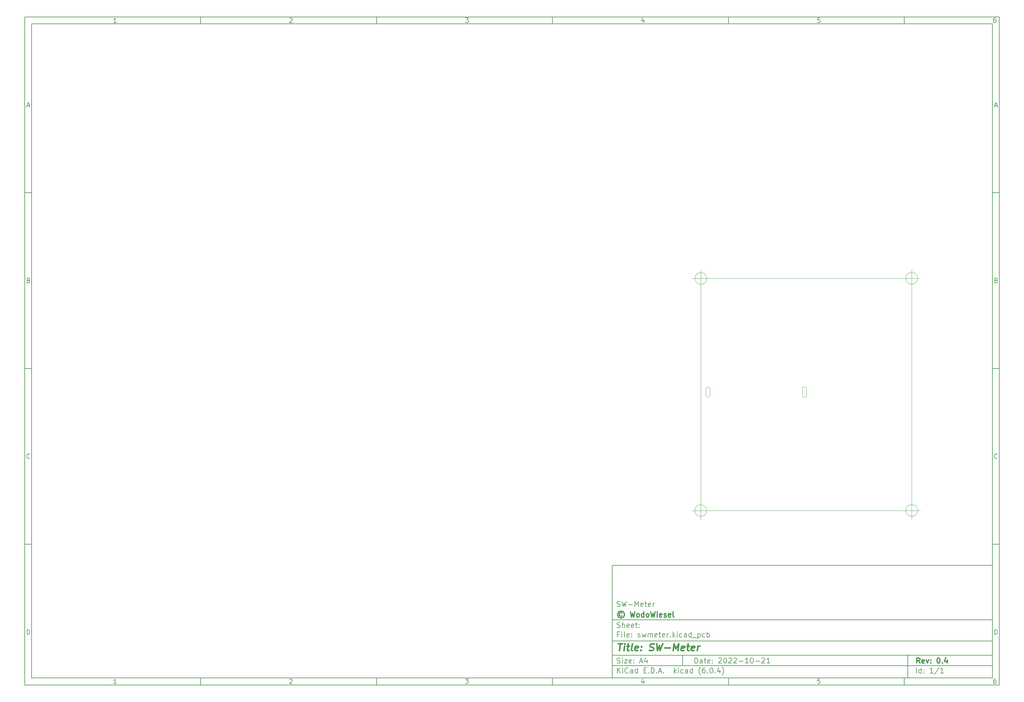
<source format=gbr>
%TF.GenerationSoftware,KiCad,Pcbnew,(6.0.4)*%
%TF.CreationDate,2022-12-17T16:47:49+01:00*%
%TF.ProjectId,swmeter,73776d65-7465-4722-9e6b-696361645f70,0.4*%
%TF.SameCoordinates,PXc0c6960PY8f71310*%
%TF.FileFunction,Profile,NP*%
%FSLAX46Y46*%
G04 Gerber Fmt 4.6, Leading zero omitted, Abs format (unit mm)*
G04 Created by KiCad (PCBNEW (6.0.4)) date 2022-12-17 16:47:49*
%MOMM*%
%LPD*%
G01*
G04 APERTURE LIST*
%ADD10C,0.100000*%
%ADD11C,0.150000*%
%ADD12C,0.300000*%
%ADD13C,0.400000*%
%TA.AperFunction,Profile*%
%ADD14C,0.100000*%
%TD*%
G04 APERTURE END LIST*
D10*
D11*
X-25137800Y-15597200D02*
X-25137800Y-47597200D01*
X82862200Y-47597200D01*
X82862200Y-15597200D01*
X-25137800Y-15597200D01*
D10*
D11*
X-192140000Y140410000D02*
X-192140000Y-49597200D01*
X84862200Y-49597200D01*
X84862200Y140410000D01*
X-192140000Y140410000D01*
D10*
D11*
X-190140000Y138410000D02*
X-190140000Y-47597200D01*
X82862200Y-47597200D01*
X82862200Y138410000D01*
X-190140000Y138410000D01*
D10*
D11*
X-142140000Y138410000D02*
X-142140000Y140410000D01*
D10*
D11*
X-92140000Y138410000D02*
X-92140000Y140410000D01*
D10*
D11*
X-42140000Y138410000D02*
X-42140000Y140410000D01*
D10*
D11*
X7860000Y138410000D02*
X7860000Y140410000D01*
D10*
D11*
X57860000Y138410000D02*
X57860000Y140410000D01*
D10*
D11*
X-166074524Y138821905D02*
X-166817381Y138821905D01*
X-166445953Y138821905D02*
X-166445953Y140121905D01*
X-166569762Y139936191D01*
X-166693572Y139812381D01*
X-166817381Y139750477D01*
D10*
D11*
X-116817381Y139998096D02*
X-116755477Y140060000D01*
X-116631667Y140121905D01*
X-116322143Y140121905D01*
X-116198334Y140060000D01*
X-116136429Y139998096D01*
X-116074524Y139874286D01*
X-116074524Y139750477D01*
X-116136429Y139564762D01*
X-116879286Y138821905D01*
X-116074524Y138821905D01*
D10*
D11*
X-66879286Y140121905D02*
X-66074524Y140121905D01*
X-66507858Y139626667D01*
X-66322143Y139626667D01*
X-66198334Y139564762D01*
X-66136429Y139502858D01*
X-66074524Y139379048D01*
X-66074524Y139069524D01*
X-66136429Y138945715D01*
X-66198334Y138883810D01*
X-66322143Y138821905D01*
X-66693572Y138821905D01*
X-66817381Y138883810D01*
X-66879286Y138945715D01*
D10*
D11*
X-16198334Y139688572D02*
X-16198334Y138821905D01*
X-16507858Y140183810D02*
X-16817381Y139255239D01*
X-16012620Y139255239D01*
D10*
D11*
X33863571Y140121905D02*
X33244523Y140121905D01*
X33182619Y139502858D01*
X33244523Y139564762D01*
X33368333Y139626667D01*
X33677857Y139626667D01*
X33801666Y139564762D01*
X33863571Y139502858D01*
X33925476Y139379048D01*
X33925476Y139069524D01*
X33863571Y138945715D01*
X33801666Y138883810D01*
X33677857Y138821905D01*
X33368333Y138821905D01*
X33244523Y138883810D01*
X33182619Y138945715D01*
D10*
D11*
X83801666Y140121905D02*
X83554047Y140121905D01*
X83430238Y140060000D01*
X83368333Y139998096D01*
X83244523Y139812381D01*
X83182619Y139564762D01*
X83182619Y139069524D01*
X83244523Y138945715D01*
X83306428Y138883810D01*
X83430238Y138821905D01*
X83677857Y138821905D01*
X83801666Y138883810D01*
X83863571Y138945715D01*
X83925476Y139069524D01*
X83925476Y139379048D01*
X83863571Y139502858D01*
X83801666Y139564762D01*
X83677857Y139626667D01*
X83430238Y139626667D01*
X83306428Y139564762D01*
X83244523Y139502858D01*
X83182619Y139379048D01*
D10*
D11*
X-142140000Y-47597200D02*
X-142140000Y-49597200D01*
D10*
D11*
X-92140000Y-47597200D02*
X-92140000Y-49597200D01*
D10*
D11*
X-42140000Y-47597200D02*
X-42140000Y-49597200D01*
D10*
D11*
X7860000Y-47597200D02*
X7860000Y-49597200D01*
D10*
D11*
X57860000Y-47597200D02*
X57860000Y-49597200D01*
D10*
D11*
X-166074524Y-49185295D02*
X-166817381Y-49185295D01*
X-166445953Y-49185295D02*
X-166445953Y-47885295D01*
X-166569762Y-48071009D01*
X-166693572Y-48194819D01*
X-166817381Y-48256723D01*
D10*
D11*
X-116817381Y-48009104D02*
X-116755477Y-47947200D01*
X-116631667Y-47885295D01*
X-116322143Y-47885295D01*
X-116198334Y-47947200D01*
X-116136429Y-48009104D01*
X-116074524Y-48132914D01*
X-116074524Y-48256723D01*
X-116136429Y-48442438D01*
X-116879286Y-49185295D01*
X-116074524Y-49185295D01*
D10*
D11*
X-66879286Y-47885295D02*
X-66074524Y-47885295D01*
X-66507858Y-48380533D01*
X-66322143Y-48380533D01*
X-66198334Y-48442438D01*
X-66136429Y-48504342D01*
X-66074524Y-48628152D01*
X-66074524Y-48937676D01*
X-66136429Y-49061485D01*
X-66198334Y-49123390D01*
X-66322143Y-49185295D01*
X-66693572Y-49185295D01*
X-66817381Y-49123390D01*
X-66879286Y-49061485D01*
D10*
D11*
X-16198334Y-48318628D02*
X-16198334Y-49185295D01*
X-16507858Y-47823390D02*
X-16817381Y-48751961D01*
X-16012620Y-48751961D01*
D10*
D11*
X33863571Y-47885295D02*
X33244523Y-47885295D01*
X33182619Y-48504342D01*
X33244523Y-48442438D01*
X33368333Y-48380533D01*
X33677857Y-48380533D01*
X33801666Y-48442438D01*
X33863571Y-48504342D01*
X33925476Y-48628152D01*
X33925476Y-48937676D01*
X33863571Y-49061485D01*
X33801666Y-49123390D01*
X33677857Y-49185295D01*
X33368333Y-49185295D01*
X33244523Y-49123390D01*
X33182619Y-49061485D01*
D10*
D11*
X83801666Y-47885295D02*
X83554047Y-47885295D01*
X83430238Y-47947200D01*
X83368333Y-48009104D01*
X83244523Y-48194819D01*
X83182619Y-48442438D01*
X83182619Y-48937676D01*
X83244523Y-49061485D01*
X83306428Y-49123390D01*
X83430238Y-49185295D01*
X83677857Y-49185295D01*
X83801666Y-49123390D01*
X83863571Y-49061485D01*
X83925476Y-48937676D01*
X83925476Y-48628152D01*
X83863571Y-48504342D01*
X83801666Y-48442438D01*
X83677857Y-48380533D01*
X83430238Y-48380533D01*
X83306428Y-48442438D01*
X83244523Y-48504342D01*
X83182619Y-48628152D01*
D10*
D11*
X-192140000Y90410000D02*
X-190140000Y90410000D01*
D10*
D11*
X-192140000Y40410000D02*
X-190140000Y40410000D01*
D10*
D11*
X-192140000Y-9590000D02*
X-190140000Y-9590000D01*
D10*
D11*
X-191449524Y115193334D02*
X-190830477Y115193334D01*
X-191573334Y114821905D02*
X-191140000Y116121905D01*
X-190706667Y114821905D01*
D10*
D11*
X-191047143Y65502858D02*
X-190861429Y65440953D01*
X-190799524Y65379048D01*
X-190737620Y65255239D01*
X-190737620Y65069524D01*
X-190799524Y64945715D01*
X-190861429Y64883810D01*
X-190985239Y64821905D01*
X-191480477Y64821905D01*
X-191480477Y66121905D01*
X-191047143Y66121905D01*
X-190923334Y66060000D01*
X-190861429Y65998096D01*
X-190799524Y65874286D01*
X-190799524Y65750477D01*
X-190861429Y65626667D01*
X-190923334Y65564762D01*
X-191047143Y65502858D01*
X-191480477Y65502858D01*
D10*
D11*
X-190737620Y14945715D02*
X-190799524Y14883810D01*
X-190985239Y14821905D01*
X-191109048Y14821905D01*
X-191294762Y14883810D01*
X-191418572Y15007620D01*
X-191480477Y15131429D01*
X-191542381Y15379048D01*
X-191542381Y15564762D01*
X-191480477Y15812381D01*
X-191418572Y15936191D01*
X-191294762Y16060000D01*
X-191109048Y16121905D01*
X-190985239Y16121905D01*
X-190799524Y16060000D01*
X-190737620Y15998096D01*
D10*
D11*
X-191480477Y-35178095D02*
X-191480477Y-33878095D01*
X-191170953Y-33878095D01*
X-190985239Y-33940000D01*
X-190861429Y-34063809D01*
X-190799524Y-34187619D01*
X-190737620Y-34435238D01*
X-190737620Y-34620952D01*
X-190799524Y-34868571D01*
X-190861429Y-34992380D01*
X-190985239Y-35116190D01*
X-191170953Y-35178095D01*
X-191480477Y-35178095D01*
D10*
D11*
X84862200Y90410000D02*
X82862200Y90410000D01*
D10*
D11*
X84862200Y40410000D02*
X82862200Y40410000D01*
D10*
D11*
X84862200Y-9590000D02*
X82862200Y-9590000D01*
D10*
D11*
X83552676Y115193334D02*
X84171723Y115193334D01*
X83428866Y114821905D02*
X83862200Y116121905D01*
X84295533Y114821905D01*
D10*
D11*
X83955057Y65502858D02*
X84140771Y65440953D01*
X84202676Y65379048D01*
X84264580Y65255239D01*
X84264580Y65069524D01*
X84202676Y64945715D01*
X84140771Y64883810D01*
X84016961Y64821905D01*
X83521723Y64821905D01*
X83521723Y66121905D01*
X83955057Y66121905D01*
X84078866Y66060000D01*
X84140771Y65998096D01*
X84202676Y65874286D01*
X84202676Y65750477D01*
X84140771Y65626667D01*
X84078866Y65564762D01*
X83955057Y65502858D01*
X83521723Y65502858D01*
D10*
D11*
X84264580Y14945715D02*
X84202676Y14883810D01*
X84016961Y14821905D01*
X83893152Y14821905D01*
X83707438Y14883810D01*
X83583628Y15007620D01*
X83521723Y15131429D01*
X83459819Y15379048D01*
X83459819Y15564762D01*
X83521723Y15812381D01*
X83583628Y15936191D01*
X83707438Y16060000D01*
X83893152Y16121905D01*
X84016961Y16121905D01*
X84202676Y16060000D01*
X84264580Y15998096D01*
D10*
D11*
X83521723Y-35178095D02*
X83521723Y-33878095D01*
X83831247Y-33878095D01*
X84016961Y-33940000D01*
X84140771Y-34063809D01*
X84202676Y-34187619D01*
X84264580Y-34435238D01*
X84264580Y-34620952D01*
X84202676Y-34868571D01*
X84140771Y-34992380D01*
X84016961Y-35116190D01*
X83831247Y-35178095D01*
X83521723Y-35178095D01*
D10*
D11*
X-1705658Y-43375771D02*
X-1705658Y-41875771D01*
X-1348515Y-41875771D01*
X-1134229Y-41947200D01*
X-991372Y-42090057D01*
X-919943Y-42232914D01*
X-848515Y-42518628D01*
X-848515Y-42732914D01*
X-919943Y-43018628D01*
X-991372Y-43161485D01*
X-1134229Y-43304342D01*
X-1348515Y-43375771D01*
X-1705658Y-43375771D01*
X437200Y-43375771D02*
X437200Y-42590057D01*
X365771Y-42447200D01*
X222914Y-42375771D01*
X-62800Y-42375771D01*
X-205658Y-42447200D01*
X437200Y-43304342D02*
X294342Y-43375771D01*
X-62800Y-43375771D01*
X-205658Y-43304342D01*
X-277086Y-43161485D01*
X-277086Y-43018628D01*
X-205658Y-42875771D01*
X-62800Y-42804342D01*
X294342Y-42804342D01*
X437200Y-42732914D01*
X937200Y-42375771D02*
X1508628Y-42375771D01*
X1151485Y-41875771D02*
X1151485Y-43161485D01*
X1222914Y-43304342D01*
X1365771Y-43375771D01*
X1508628Y-43375771D01*
X2580057Y-43304342D02*
X2437200Y-43375771D01*
X2151485Y-43375771D01*
X2008628Y-43304342D01*
X1937200Y-43161485D01*
X1937200Y-42590057D01*
X2008628Y-42447200D01*
X2151485Y-42375771D01*
X2437200Y-42375771D01*
X2580057Y-42447200D01*
X2651485Y-42590057D01*
X2651485Y-42732914D01*
X1937200Y-42875771D01*
X3294342Y-43232914D02*
X3365771Y-43304342D01*
X3294342Y-43375771D01*
X3222914Y-43304342D01*
X3294342Y-43232914D01*
X3294342Y-43375771D01*
X3294342Y-42447200D02*
X3365771Y-42518628D01*
X3294342Y-42590057D01*
X3222914Y-42518628D01*
X3294342Y-42447200D01*
X3294342Y-42590057D01*
X5080057Y-42018628D02*
X5151485Y-41947200D01*
X5294342Y-41875771D01*
X5651485Y-41875771D01*
X5794342Y-41947200D01*
X5865771Y-42018628D01*
X5937200Y-42161485D01*
X5937200Y-42304342D01*
X5865771Y-42518628D01*
X5008628Y-43375771D01*
X5937200Y-43375771D01*
X6865771Y-41875771D02*
X7008628Y-41875771D01*
X7151485Y-41947200D01*
X7222914Y-42018628D01*
X7294342Y-42161485D01*
X7365771Y-42447200D01*
X7365771Y-42804342D01*
X7294342Y-43090057D01*
X7222914Y-43232914D01*
X7151485Y-43304342D01*
X7008628Y-43375771D01*
X6865771Y-43375771D01*
X6722914Y-43304342D01*
X6651485Y-43232914D01*
X6580057Y-43090057D01*
X6508628Y-42804342D01*
X6508628Y-42447200D01*
X6580057Y-42161485D01*
X6651485Y-42018628D01*
X6722914Y-41947200D01*
X6865771Y-41875771D01*
X7937200Y-42018628D02*
X8008628Y-41947200D01*
X8151485Y-41875771D01*
X8508628Y-41875771D01*
X8651485Y-41947200D01*
X8722914Y-42018628D01*
X8794342Y-42161485D01*
X8794342Y-42304342D01*
X8722914Y-42518628D01*
X7865771Y-43375771D01*
X8794342Y-43375771D01*
X9365771Y-42018628D02*
X9437200Y-41947200D01*
X9580057Y-41875771D01*
X9937200Y-41875771D01*
X10080057Y-41947200D01*
X10151485Y-42018628D01*
X10222914Y-42161485D01*
X10222914Y-42304342D01*
X10151485Y-42518628D01*
X9294342Y-43375771D01*
X10222914Y-43375771D01*
X10865771Y-42804342D02*
X12008628Y-42804342D01*
X13508628Y-43375771D02*
X12651485Y-43375771D01*
X13080057Y-43375771D02*
X13080057Y-41875771D01*
X12937200Y-42090057D01*
X12794342Y-42232914D01*
X12651485Y-42304342D01*
X14437200Y-41875771D02*
X14580057Y-41875771D01*
X14722914Y-41947200D01*
X14794342Y-42018628D01*
X14865771Y-42161485D01*
X14937200Y-42447200D01*
X14937200Y-42804342D01*
X14865771Y-43090057D01*
X14794342Y-43232914D01*
X14722914Y-43304342D01*
X14580057Y-43375771D01*
X14437200Y-43375771D01*
X14294342Y-43304342D01*
X14222914Y-43232914D01*
X14151485Y-43090057D01*
X14080057Y-42804342D01*
X14080057Y-42447200D01*
X14151485Y-42161485D01*
X14222914Y-42018628D01*
X14294342Y-41947200D01*
X14437200Y-41875771D01*
X15580057Y-42804342D02*
X16722914Y-42804342D01*
X17365771Y-42018628D02*
X17437200Y-41947200D01*
X17580057Y-41875771D01*
X17937200Y-41875771D01*
X18080057Y-41947200D01*
X18151485Y-42018628D01*
X18222914Y-42161485D01*
X18222914Y-42304342D01*
X18151485Y-42518628D01*
X17294342Y-43375771D01*
X18222914Y-43375771D01*
X19651485Y-43375771D02*
X18794342Y-43375771D01*
X19222914Y-43375771D02*
X19222914Y-41875771D01*
X19080057Y-42090057D01*
X18937200Y-42232914D01*
X18794342Y-42304342D01*
D10*
D11*
X-25137800Y-44097200D02*
X82862200Y-44097200D01*
D10*
D11*
X-23705658Y-46175771D02*
X-23705658Y-44675771D01*
X-22848515Y-46175771D02*
X-23491372Y-45318628D01*
X-22848515Y-44675771D02*
X-23705658Y-45532914D01*
X-22205658Y-46175771D02*
X-22205658Y-45175771D01*
X-22205658Y-44675771D02*
X-22277086Y-44747200D01*
X-22205658Y-44818628D01*
X-22134229Y-44747200D01*
X-22205658Y-44675771D01*
X-22205658Y-44818628D01*
X-20634229Y-46032914D02*
X-20705658Y-46104342D01*
X-20919943Y-46175771D01*
X-21062800Y-46175771D01*
X-21277086Y-46104342D01*
X-21419943Y-45961485D01*
X-21491372Y-45818628D01*
X-21562800Y-45532914D01*
X-21562800Y-45318628D01*
X-21491372Y-45032914D01*
X-21419943Y-44890057D01*
X-21277086Y-44747200D01*
X-21062800Y-44675771D01*
X-20919943Y-44675771D01*
X-20705658Y-44747200D01*
X-20634229Y-44818628D01*
X-19348515Y-46175771D02*
X-19348515Y-45390057D01*
X-19419943Y-45247200D01*
X-19562800Y-45175771D01*
X-19848515Y-45175771D01*
X-19991372Y-45247200D01*
X-19348515Y-46104342D02*
X-19491372Y-46175771D01*
X-19848515Y-46175771D01*
X-19991372Y-46104342D01*
X-20062800Y-45961485D01*
X-20062800Y-45818628D01*
X-19991372Y-45675771D01*
X-19848515Y-45604342D01*
X-19491372Y-45604342D01*
X-19348515Y-45532914D01*
X-17991372Y-46175771D02*
X-17991372Y-44675771D01*
X-17991372Y-46104342D02*
X-18134229Y-46175771D01*
X-18419943Y-46175771D01*
X-18562800Y-46104342D01*
X-18634229Y-46032914D01*
X-18705658Y-45890057D01*
X-18705658Y-45461485D01*
X-18634229Y-45318628D01*
X-18562800Y-45247200D01*
X-18419943Y-45175771D01*
X-18134229Y-45175771D01*
X-17991372Y-45247200D01*
X-16134229Y-45390057D02*
X-15634229Y-45390057D01*
X-15419943Y-46175771D02*
X-16134229Y-46175771D01*
X-16134229Y-44675771D01*
X-15419943Y-44675771D01*
X-14777086Y-46032914D02*
X-14705658Y-46104342D01*
X-14777086Y-46175771D01*
X-14848515Y-46104342D01*
X-14777086Y-46032914D01*
X-14777086Y-46175771D01*
X-14062800Y-46175771D02*
X-14062800Y-44675771D01*
X-13705658Y-44675771D01*
X-13491372Y-44747200D01*
X-13348515Y-44890057D01*
X-13277086Y-45032914D01*
X-13205658Y-45318628D01*
X-13205658Y-45532914D01*
X-13277086Y-45818628D01*
X-13348515Y-45961485D01*
X-13491372Y-46104342D01*
X-13705658Y-46175771D01*
X-14062800Y-46175771D01*
X-12562800Y-46032914D02*
X-12491372Y-46104342D01*
X-12562800Y-46175771D01*
X-12634229Y-46104342D01*
X-12562800Y-46032914D01*
X-12562800Y-46175771D01*
X-11919943Y-45747200D02*
X-11205658Y-45747200D01*
X-12062800Y-46175771D02*
X-11562800Y-44675771D01*
X-11062800Y-46175771D01*
X-10562800Y-46032914D02*
X-10491372Y-46104342D01*
X-10562800Y-46175771D01*
X-10634229Y-46104342D01*
X-10562800Y-46032914D01*
X-10562800Y-46175771D01*
X-7562800Y-46175771D02*
X-7562800Y-44675771D01*
X-7419943Y-45604342D02*
X-6991372Y-46175771D01*
X-6991372Y-45175771D02*
X-7562800Y-45747200D01*
X-6348515Y-46175771D02*
X-6348515Y-45175771D01*
X-6348515Y-44675771D02*
X-6419943Y-44747200D01*
X-6348515Y-44818628D01*
X-6277086Y-44747200D01*
X-6348515Y-44675771D01*
X-6348515Y-44818628D01*
X-4991372Y-46104342D02*
X-5134229Y-46175771D01*
X-5419943Y-46175771D01*
X-5562800Y-46104342D01*
X-5634229Y-46032914D01*
X-5705658Y-45890057D01*
X-5705658Y-45461485D01*
X-5634229Y-45318628D01*
X-5562800Y-45247200D01*
X-5419943Y-45175771D01*
X-5134229Y-45175771D01*
X-4991372Y-45247200D01*
X-3705658Y-46175771D02*
X-3705658Y-45390057D01*
X-3777086Y-45247200D01*
X-3919943Y-45175771D01*
X-4205658Y-45175771D01*
X-4348515Y-45247200D01*
X-3705658Y-46104342D02*
X-3848515Y-46175771D01*
X-4205658Y-46175771D01*
X-4348515Y-46104342D01*
X-4419943Y-45961485D01*
X-4419943Y-45818628D01*
X-4348515Y-45675771D01*
X-4205658Y-45604342D01*
X-3848515Y-45604342D01*
X-3705658Y-45532914D01*
X-2348515Y-46175771D02*
X-2348515Y-44675771D01*
X-2348515Y-46104342D02*
X-2491372Y-46175771D01*
X-2777086Y-46175771D01*
X-2919943Y-46104342D01*
X-2991372Y-46032914D01*
X-3062800Y-45890057D01*
X-3062800Y-45461485D01*
X-2991372Y-45318628D01*
X-2919943Y-45247200D01*
X-2777086Y-45175771D01*
X-2491372Y-45175771D01*
X-2348515Y-45247200D01*
X-62800Y-46747200D02*
X-134229Y-46675771D01*
X-277086Y-46461485D01*
X-348515Y-46318628D01*
X-419943Y-46104342D01*
X-491372Y-45747200D01*
X-491372Y-45461485D01*
X-419943Y-45104342D01*
X-348515Y-44890057D01*
X-277086Y-44747200D01*
X-134229Y-44532914D01*
X-62800Y-44461485D01*
X1151485Y-44675771D02*
X865771Y-44675771D01*
X722914Y-44747200D01*
X651485Y-44818628D01*
X508628Y-45032914D01*
X437200Y-45318628D01*
X437200Y-45890057D01*
X508628Y-46032914D01*
X580057Y-46104342D01*
X722914Y-46175771D01*
X1008628Y-46175771D01*
X1151485Y-46104342D01*
X1222914Y-46032914D01*
X1294342Y-45890057D01*
X1294342Y-45532914D01*
X1222914Y-45390057D01*
X1151485Y-45318628D01*
X1008628Y-45247200D01*
X722914Y-45247200D01*
X580057Y-45318628D01*
X508628Y-45390057D01*
X437200Y-45532914D01*
X1937200Y-46032914D02*
X2008628Y-46104342D01*
X1937200Y-46175771D01*
X1865771Y-46104342D01*
X1937200Y-46032914D01*
X1937200Y-46175771D01*
X2937200Y-44675771D02*
X3080057Y-44675771D01*
X3222914Y-44747200D01*
X3294342Y-44818628D01*
X3365771Y-44961485D01*
X3437200Y-45247200D01*
X3437200Y-45604342D01*
X3365771Y-45890057D01*
X3294342Y-46032914D01*
X3222914Y-46104342D01*
X3080057Y-46175771D01*
X2937200Y-46175771D01*
X2794342Y-46104342D01*
X2722914Y-46032914D01*
X2651485Y-45890057D01*
X2580057Y-45604342D01*
X2580057Y-45247200D01*
X2651485Y-44961485D01*
X2722914Y-44818628D01*
X2794342Y-44747200D01*
X2937200Y-44675771D01*
X4080057Y-46032914D02*
X4151485Y-46104342D01*
X4080057Y-46175771D01*
X4008628Y-46104342D01*
X4080057Y-46032914D01*
X4080057Y-46175771D01*
X5437200Y-45175771D02*
X5437200Y-46175771D01*
X5080057Y-44604342D02*
X4722914Y-45675771D01*
X5651485Y-45675771D01*
X6080057Y-46747200D02*
X6151485Y-46675771D01*
X6294342Y-46461485D01*
X6365771Y-46318628D01*
X6437200Y-46104342D01*
X6508628Y-45747200D01*
X6508628Y-45461485D01*
X6437200Y-45104342D01*
X6365771Y-44890057D01*
X6294342Y-44747200D01*
X6151485Y-44532914D01*
X6080057Y-44461485D01*
D10*
D11*
X-25137800Y-41097200D02*
X82862200Y-41097200D01*
D10*
D12*
X62271485Y-43375771D02*
X61771485Y-42661485D01*
X61414342Y-43375771D02*
X61414342Y-41875771D01*
X61985771Y-41875771D01*
X62128628Y-41947200D01*
X62200057Y-42018628D01*
X62271485Y-42161485D01*
X62271485Y-42375771D01*
X62200057Y-42518628D01*
X62128628Y-42590057D01*
X61985771Y-42661485D01*
X61414342Y-42661485D01*
X63485771Y-43304342D02*
X63342914Y-43375771D01*
X63057200Y-43375771D01*
X62914342Y-43304342D01*
X62842914Y-43161485D01*
X62842914Y-42590057D01*
X62914342Y-42447200D01*
X63057200Y-42375771D01*
X63342914Y-42375771D01*
X63485771Y-42447200D01*
X63557200Y-42590057D01*
X63557200Y-42732914D01*
X62842914Y-42875771D01*
X64057200Y-42375771D02*
X64414342Y-43375771D01*
X64771485Y-42375771D01*
X65342914Y-43232914D02*
X65414342Y-43304342D01*
X65342914Y-43375771D01*
X65271485Y-43304342D01*
X65342914Y-43232914D01*
X65342914Y-43375771D01*
X65342914Y-42447200D02*
X65414342Y-42518628D01*
X65342914Y-42590057D01*
X65271485Y-42518628D01*
X65342914Y-42447200D01*
X65342914Y-42590057D01*
X67485771Y-41875771D02*
X67628628Y-41875771D01*
X67771485Y-41947200D01*
X67842914Y-42018628D01*
X67914342Y-42161485D01*
X67985771Y-42447200D01*
X67985771Y-42804342D01*
X67914342Y-43090057D01*
X67842914Y-43232914D01*
X67771485Y-43304342D01*
X67628628Y-43375771D01*
X67485771Y-43375771D01*
X67342914Y-43304342D01*
X67271485Y-43232914D01*
X67200057Y-43090057D01*
X67128628Y-42804342D01*
X67128628Y-42447200D01*
X67200057Y-42161485D01*
X67271485Y-42018628D01*
X67342914Y-41947200D01*
X67485771Y-41875771D01*
X68628628Y-43232914D02*
X68700057Y-43304342D01*
X68628628Y-43375771D01*
X68557200Y-43304342D01*
X68628628Y-43232914D01*
X68628628Y-43375771D01*
X69985771Y-42375771D02*
X69985771Y-43375771D01*
X69628628Y-41804342D02*
X69271485Y-42875771D01*
X70200057Y-42875771D01*
D10*
D11*
X-23777086Y-43304342D02*
X-23562800Y-43375771D01*
X-23205658Y-43375771D01*
X-23062800Y-43304342D01*
X-22991372Y-43232914D01*
X-22919943Y-43090057D01*
X-22919943Y-42947200D01*
X-22991372Y-42804342D01*
X-23062800Y-42732914D01*
X-23205658Y-42661485D01*
X-23491372Y-42590057D01*
X-23634229Y-42518628D01*
X-23705658Y-42447200D01*
X-23777086Y-42304342D01*
X-23777086Y-42161485D01*
X-23705658Y-42018628D01*
X-23634229Y-41947200D01*
X-23491372Y-41875771D01*
X-23134229Y-41875771D01*
X-22919943Y-41947200D01*
X-22277086Y-43375771D02*
X-22277086Y-42375771D01*
X-22277086Y-41875771D02*
X-22348515Y-41947200D01*
X-22277086Y-42018628D01*
X-22205658Y-41947200D01*
X-22277086Y-41875771D01*
X-22277086Y-42018628D01*
X-21705658Y-42375771D02*
X-20919943Y-42375771D01*
X-21705658Y-43375771D01*
X-20919943Y-43375771D01*
X-19777086Y-43304342D02*
X-19919943Y-43375771D01*
X-20205658Y-43375771D01*
X-20348515Y-43304342D01*
X-20419943Y-43161485D01*
X-20419943Y-42590057D01*
X-20348515Y-42447200D01*
X-20205658Y-42375771D01*
X-19919943Y-42375771D01*
X-19777086Y-42447200D01*
X-19705658Y-42590057D01*
X-19705658Y-42732914D01*
X-20419943Y-42875771D01*
X-19062800Y-43232914D02*
X-18991372Y-43304342D01*
X-19062800Y-43375771D01*
X-19134229Y-43304342D01*
X-19062800Y-43232914D01*
X-19062800Y-43375771D01*
X-19062800Y-42447200D02*
X-18991372Y-42518628D01*
X-19062800Y-42590057D01*
X-19134229Y-42518628D01*
X-19062800Y-42447200D01*
X-19062800Y-42590057D01*
X-17277086Y-42947200D02*
X-16562800Y-42947200D01*
X-17419943Y-43375771D02*
X-16919943Y-41875771D01*
X-16419943Y-43375771D01*
X-15277086Y-42375771D02*
X-15277086Y-43375771D01*
X-15634229Y-41804342D02*
X-15991372Y-42875771D01*
X-15062800Y-42875771D01*
D10*
D11*
X61294342Y-46175771D02*
X61294342Y-44675771D01*
X62651485Y-46175771D02*
X62651485Y-44675771D01*
X62651485Y-46104342D02*
X62508628Y-46175771D01*
X62222914Y-46175771D01*
X62080057Y-46104342D01*
X62008628Y-46032914D01*
X61937200Y-45890057D01*
X61937200Y-45461485D01*
X62008628Y-45318628D01*
X62080057Y-45247200D01*
X62222914Y-45175771D01*
X62508628Y-45175771D01*
X62651485Y-45247200D01*
X63365771Y-46032914D02*
X63437200Y-46104342D01*
X63365771Y-46175771D01*
X63294342Y-46104342D01*
X63365771Y-46032914D01*
X63365771Y-46175771D01*
X63365771Y-45247200D02*
X63437200Y-45318628D01*
X63365771Y-45390057D01*
X63294342Y-45318628D01*
X63365771Y-45247200D01*
X63365771Y-45390057D01*
X66008628Y-46175771D02*
X65151485Y-46175771D01*
X65580057Y-46175771D02*
X65580057Y-44675771D01*
X65437200Y-44890057D01*
X65294342Y-45032914D01*
X65151485Y-45104342D01*
X67722914Y-44604342D02*
X66437200Y-46532914D01*
X69008628Y-46175771D02*
X68151485Y-46175771D01*
X68580057Y-46175771D02*
X68580057Y-44675771D01*
X68437200Y-44890057D01*
X68294342Y-45032914D01*
X68151485Y-45104342D01*
D10*
D11*
X-25137800Y-37097200D02*
X82862200Y-37097200D01*
D10*
D13*
X-23425420Y-37801961D02*
X-22282562Y-37801961D01*
X-23103991Y-39801961D02*
X-22853991Y-37801961D01*
X-21865896Y-39801961D02*
X-21699229Y-38468628D01*
X-21615896Y-37801961D02*
X-21723039Y-37897200D01*
X-21639705Y-37992438D01*
X-21532562Y-37897200D01*
X-21615896Y-37801961D01*
X-21639705Y-37992438D01*
X-21032562Y-38468628D02*
X-20270658Y-38468628D01*
X-20663515Y-37801961D02*
X-20877800Y-39516247D01*
X-20806372Y-39706723D01*
X-20627800Y-39801961D01*
X-20437324Y-39801961D01*
X-19484943Y-39801961D02*
X-19663515Y-39706723D01*
X-19734943Y-39516247D01*
X-19520658Y-37801961D01*
X-17949229Y-39706723D02*
X-18151610Y-39801961D01*
X-18532562Y-39801961D01*
X-18711134Y-39706723D01*
X-18782562Y-39516247D01*
X-18687324Y-38754342D01*
X-18568277Y-38563866D01*
X-18365896Y-38468628D01*
X-17984943Y-38468628D01*
X-17806372Y-38563866D01*
X-17734943Y-38754342D01*
X-17758753Y-38944819D01*
X-18734943Y-39135295D01*
X-16984943Y-39611485D02*
X-16901610Y-39706723D01*
X-17008753Y-39801961D01*
X-17092086Y-39706723D01*
X-16984943Y-39611485D01*
X-17008753Y-39801961D01*
X-16853991Y-38563866D02*
X-16770658Y-38659104D01*
X-16877800Y-38754342D01*
X-16961134Y-38659104D01*
X-16853991Y-38563866D01*
X-16877800Y-38754342D01*
X-14615896Y-39706723D02*
X-14342086Y-39801961D01*
X-13865896Y-39801961D01*
X-13663515Y-39706723D01*
X-13556372Y-39611485D01*
X-13437324Y-39421009D01*
X-13413515Y-39230533D01*
X-13484943Y-39040057D01*
X-13568277Y-38944819D01*
X-13746848Y-38849580D01*
X-14115896Y-38754342D01*
X-14294467Y-38659104D01*
X-14377800Y-38563866D01*
X-14449229Y-38373390D01*
X-14425420Y-38182914D01*
X-14306372Y-37992438D01*
X-14199229Y-37897200D01*
X-13996848Y-37801961D01*
X-13520658Y-37801961D01*
X-13246848Y-37897200D01*
X-12568277Y-37801961D02*
X-12342086Y-39801961D01*
X-11782562Y-38373390D01*
X-11580181Y-39801961D01*
X-10853991Y-37801961D01*
X-10246848Y-39040057D02*
X-8723039Y-39040057D01*
X-7865896Y-39801961D02*
X-7615896Y-37801961D01*
X-7127800Y-39230533D01*
X-6282562Y-37801961D01*
X-6532562Y-39801961D01*
X-4806372Y-39706723D02*
X-5008753Y-39801961D01*
X-5389705Y-39801961D01*
X-5568277Y-39706723D01*
X-5639705Y-39516247D01*
X-5544467Y-38754342D01*
X-5425420Y-38563866D01*
X-5223039Y-38468628D01*
X-4842086Y-38468628D01*
X-4663515Y-38563866D01*
X-4592086Y-38754342D01*
X-4615896Y-38944819D01*
X-5592086Y-39135295D01*
X-3984943Y-38468628D02*
X-3223039Y-38468628D01*
X-3615896Y-37801961D02*
X-3830181Y-39516247D01*
X-3758753Y-39706723D01*
X-3580181Y-39801961D01*
X-3389705Y-39801961D01*
X-1949229Y-39706723D02*
X-2151610Y-39801961D01*
X-2532562Y-39801961D01*
X-2711134Y-39706723D01*
X-2782562Y-39516247D01*
X-2687324Y-38754342D01*
X-2568277Y-38563866D01*
X-2365896Y-38468628D01*
X-1984943Y-38468628D01*
X-1806372Y-38563866D01*
X-1734943Y-38754342D01*
X-1758753Y-38944819D01*
X-2734943Y-39135295D01*
X-1008753Y-39801961D02*
X-842086Y-38468628D01*
X-889705Y-38849580D02*
X-770658Y-38659104D01*
X-663515Y-38563866D01*
X-461134Y-38468628D01*
X-270658Y-38468628D01*
D10*
D11*
X-23205658Y-35190057D02*
X-23705658Y-35190057D01*
X-23705658Y-35975771D02*
X-23705658Y-34475771D01*
X-22991372Y-34475771D01*
X-22419943Y-35975771D02*
X-22419943Y-34975771D01*
X-22419943Y-34475771D02*
X-22491372Y-34547200D01*
X-22419943Y-34618628D01*
X-22348515Y-34547200D01*
X-22419943Y-34475771D01*
X-22419943Y-34618628D01*
X-21491372Y-35975771D02*
X-21634229Y-35904342D01*
X-21705658Y-35761485D01*
X-21705658Y-34475771D01*
X-20348515Y-35904342D02*
X-20491372Y-35975771D01*
X-20777086Y-35975771D01*
X-20919943Y-35904342D01*
X-20991372Y-35761485D01*
X-20991372Y-35190057D01*
X-20919943Y-35047200D01*
X-20777086Y-34975771D01*
X-20491372Y-34975771D01*
X-20348515Y-35047200D01*
X-20277086Y-35190057D01*
X-20277086Y-35332914D01*
X-20991372Y-35475771D01*
X-19634229Y-35832914D02*
X-19562800Y-35904342D01*
X-19634229Y-35975771D01*
X-19705658Y-35904342D01*
X-19634229Y-35832914D01*
X-19634229Y-35975771D01*
X-19634229Y-35047200D02*
X-19562800Y-35118628D01*
X-19634229Y-35190057D01*
X-19705658Y-35118628D01*
X-19634229Y-35047200D01*
X-19634229Y-35190057D01*
X-17848515Y-35904342D02*
X-17705658Y-35975771D01*
X-17419943Y-35975771D01*
X-17277086Y-35904342D01*
X-17205658Y-35761485D01*
X-17205658Y-35690057D01*
X-17277086Y-35547200D01*
X-17419943Y-35475771D01*
X-17634229Y-35475771D01*
X-17777086Y-35404342D01*
X-17848515Y-35261485D01*
X-17848515Y-35190057D01*
X-17777086Y-35047200D01*
X-17634229Y-34975771D01*
X-17419943Y-34975771D01*
X-17277086Y-35047200D01*
X-16705658Y-34975771D02*
X-16419943Y-35975771D01*
X-16134229Y-35261485D01*
X-15848515Y-35975771D01*
X-15562800Y-34975771D01*
X-14991372Y-35975771D02*
X-14991372Y-34975771D01*
X-14991372Y-35118628D02*
X-14919943Y-35047200D01*
X-14777086Y-34975771D01*
X-14562800Y-34975771D01*
X-14419943Y-35047200D01*
X-14348515Y-35190057D01*
X-14348515Y-35975771D01*
X-14348515Y-35190057D02*
X-14277086Y-35047200D01*
X-14134229Y-34975771D01*
X-13919943Y-34975771D01*
X-13777086Y-35047200D01*
X-13705658Y-35190057D01*
X-13705658Y-35975771D01*
X-12419943Y-35904342D02*
X-12562800Y-35975771D01*
X-12848515Y-35975771D01*
X-12991372Y-35904342D01*
X-13062800Y-35761485D01*
X-13062800Y-35190057D01*
X-12991372Y-35047200D01*
X-12848515Y-34975771D01*
X-12562800Y-34975771D01*
X-12419943Y-35047200D01*
X-12348515Y-35190057D01*
X-12348515Y-35332914D01*
X-13062800Y-35475771D01*
X-11919943Y-34975771D02*
X-11348515Y-34975771D01*
X-11705658Y-34475771D02*
X-11705658Y-35761485D01*
X-11634229Y-35904342D01*
X-11491372Y-35975771D01*
X-11348515Y-35975771D01*
X-10277086Y-35904342D02*
X-10419943Y-35975771D01*
X-10705658Y-35975771D01*
X-10848515Y-35904342D01*
X-10919943Y-35761485D01*
X-10919943Y-35190057D01*
X-10848515Y-35047200D01*
X-10705658Y-34975771D01*
X-10419943Y-34975771D01*
X-10277086Y-35047200D01*
X-10205658Y-35190057D01*
X-10205658Y-35332914D01*
X-10919943Y-35475771D01*
X-9562800Y-35975771D02*
X-9562800Y-34975771D01*
X-9562800Y-35261485D02*
X-9491372Y-35118628D01*
X-9419943Y-35047200D01*
X-9277086Y-34975771D01*
X-9134229Y-34975771D01*
X-8634229Y-35832914D02*
X-8562800Y-35904342D01*
X-8634229Y-35975771D01*
X-8705658Y-35904342D01*
X-8634229Y-35832914D01*
X-8634229Y-35975771D01*
X-7919943Y-35975771D02*
X-7919943Y-34475771D01*
X-7777086Y-35404342D02*
X-7348515Y-35975771D01*
X-7348515Y-34975771D02*
X-7919943Y-35547200D01*
X-6705658Y-35975771D02*
X-6705658Y-34975771D01*
X-6705658Y-34475771D02*
X-6777086Y-34547200D01*
X-6705658Y-34618628D01*
X-6634229Y-34547200D01*
X-6705658Y-34475771D01*
X-6705658Y-34618628D01*
X-5348515Y-35904342D02*
X-5491372Y-35975771D01*
X-5777086Y-35975771D01*
X-5919943Y-35904342D01*
X-5991372Y-35832914D01*
X-6062800Y-35690057D01*
X-6062800Y-35261485D01*
X-5991372Y-35118628D01*
X-5919943Y-35047200D01*
X-5777086Y-34975771D01*
X-5491372Y-34975771D01*
X-5348515Y-35047200D01*
X-4062800Y-35975771D02*
X-4062800Y-35190057D01*
X-4134229Y-35047200D01*
X-4277086Y-34975771D01*
X-4562800Y-34975771D01*
X-4705658Y-35047200D01*
X-4062800Y-35904342D02*
X-4205658Y-35975771D01*
X-4562800Y-35975771D01*
X-4705658Y-35904342D01*
X-4777086Y-35761485D01*
X-4777086Y-35618628D01*
X-4705658Y-35475771D01*
X-4562800Y-35404342D01*
X-4205658Y-35404342D01*
X-4062800Y-35332914D01*
X-2705658Y-35975771D02*
X-2705658Y-34475771D01*
X-2705658Y-35904342D02*
X-2848515Y-35975771D01*
X-3134229Y-35975771D01*
X-3277086Y-35904342D01*
X-3348515Y-35832914D01*
X-3419943Y-35690057D01*
X-3419943Y-35261485D01*
X-3348515Y-35118628D01*
X-3277086Y-35047200D01*
X-3134229Y-34975771D01*
X-2848515Y-34975771D01*
X-2705658Y-35047200D01*
X-2348515Y-36118628D02*
X-1205658Y-36118628D01*
X-848515Y-34975771D02*
X-848515Y-36475771D01*
X-848515Y-35047200D02*
X-705658Y-34975771D01*
X-419943Y-34975771D01*
X-277086Y-35047200D01*
X-205658Y-35118628D01*
X-134229Y-35261485D01*
X-134229Y-35690057D01*
X-205658Y-35832914D01*
X-277086Y-35904342D01*
X-419943Y-35975771D01*
X-705658Y-35975771D01*
X-848515Y-35904342D01*
X1151485Y-35904342D02*
X1008628Y-35975771D01*
X722914Y-35975771D01*
X580057Y-35904342D01*
X508628Y-35832914D01*
X437200Y-35690057D01*
X437200Y-35261485D01*
X508628Y-35118628D01*
X580057Y-35047200D01*
X722914Y-34975771D01*
X1008628Y-34975771D01*
X1151485Y-35047200D01*
X1794342Y-35975771D02*
X1794342Y-34475771D01*
X1794342Y-35047200D02*
X1937200Y-34975771D01*
X2222914Y-34975771D01*
X2365771Y-35047200D01*
X2437200Y-35118628D01*
X2508628Y-35261485D01*
X2508628Y-35690057D01*
X2437200Y-35832914D01*
X2365771Y-35904342D01*
X2222914Y-35975771D01*
X1937200Y-35975771D01*
X1794342Y-35904342D01*
D10*
D11*
X-25137800Y-31097200D02*
X82862200Y-31097200D01*
D10*
D11*
X-23777086Y-33204342D02*
X-23562800Y-33275771D01*
X-23205658Y-33275771D01*
X-23062800Y-33204342D01*
X-22991372Y-33132914D01*
X-22919943Y-32990057D01*
X-22919943Y-32847200D01*
X-22991372Y-32704342D01*
X-23062800Y-32632914D01*
X-23205658Y-32561485D01*
X-23491372Y-32490057D01*
X-23634229Y-32418628D01*
X-23705658Y-32347200D01*
X-23777086Y-32204342D01*
X-23777086Y-32061485D01*
X-23705658Y-31918628D01*
X-23634229Y-31847200D01*
X-23491372Y-31775771D01*
X-23134229Y-31775771D01*
X-22919943Y-31847200D01*
X-22277086Y-33275771D02*
X-22277086Y-31775771D01*
X-21634229Y-33275771D02*
X-21634229Y-32490057D01*
X-21705658Y-32347200D01*
X-21848515Y-32275771D01*
X-22062800Y-32275771D01*
X-22205658Y-32347200D01*
X-22277086Y-32418628D01*
X-20348515Y-33204342D02*
X-20491372Y-33275771D01*
X-20777086Y-33275771D01*
X-20919943Y-33204342D01*
X-20991372Y-33061485D01*
X-20991372Y-32490057D01*
X-20919943Y-32347200D01*
X-20777086Y-32275771D01*
X-20491372Y-32275771D01*
X-20348515Y-32347200D01*
X-20277086Y-32490057D01*
X-20277086Y-32632914D01*
X-20991372Y-32775771D01*
X-19062800Y-33204342D02*
X-19205658Y-33275771D01*
X-19491372Y-33275771D01*
X-19634229Y-33204342D01*
X-19705658Y-33061485D01*
X-19705658Y-32490057D01*
X-19634229Y-32347200D01*
X-19491372Y-32275771D01*
X-19205658Y-32275771D01*
X-19062800Y-32347200D01*
X-18991372Y-32490057D01*
X-18991372Y-32632914D01*
X-19705658Y-32775771D01*
X-18562800Y-32275771D02*
X-17991372Y-32275771D01*
X-18348515Y-31775771D02*
X-18348515Y-33061485D01*
X-18277086Y-33204342D01*
X-18134229Y-33275771D01*
X-17991372Y-33275771D01*
X-17491372Y-33132914D02*
X-17419943Y-33204342D01*
X-17491372Y-33275771D01*
X-17562800Y-33204342D01*
X-17491372Y-33132914D01*
X-17491372Y-33275771D01*
X-17491372Y-32347200D02*
X-17419943Y-32418628D01*
X-17491372Y-32490057D01*
X-17562800Y-32418628D01*
X-17491372Y-32347200D01*
X-17491372Y-32490057D01*
D10*
D12*
X-22371372Y-29132914D02*
X-22514229Y-29061485D01*
X-22799943Y-29061485D01*
X-22942800Y-29132914D01*
X-23085658Y-29275771D01*
X-23157086Y-29418628D01*
X-23157086Y-29704342D01*
X-23085658Y-29847200D01*
X-22942800Y-29990057D01*
X-22799943Y-30061485D01*
X-22514229Y-30061485D01*
X-22371372Y-29990057D01*
X-22657086Y-28561485D02*
X-23014229Y-28632914D01*
X-23371372Y-28847200D01*
X-23585658Y-29204342D01*
X-23657086Y-29561485D01*
X-23585658Y-29918628D01*
X-23371372Y-30275771D01*
X-23014229Y-30490057D01*
X-22657086Y-30561485D01*
X-22299943Y-30490057D01*
X-21942800Y-30275771D01*
X-21728515Y-29918628D01*
X-21657086Y-29561485D01*
X-21728515Y-29204342D01*
X-21942800Y-28847200D01*
X-22299943Y-28632914D01*
X-22657086Y-28561485D01*
X-20014229Y-28775771D02*
X-19657086Y-30275771D01*
X-19371372Y-29204342D01*
X-19085658Y-30275771D01*
X-18728515Y-28775771D01*
X-17942800Y-30275771D02*
X-18085658Y-30204342D01*
X-18157086Y-30132914D01*
X-18228515Y-29990057D01*
X-18228515Y-29561485D01*
X-18157086Y-29418628D01*
X-18085658Y-29347200D01*
X-17942800Y-29275771D01*
X-17728515Y-29275771D01*
X-17585658Y-29347200D01*
X-17514229Y-29418628D01*
X-17442800Y-29561485D01*
X-17442800Y-29990057D01*
X-17514229Y-30132914D01*
X-17585658Y-30204342D01*
X-17728515Y-30275771D01*
X-17942800Y-30275771D01*
X-16157086Y-30275771D02*
X-16157086Y-28775771D01*
X-16157086Y-30204342D02*
X-16299943Y-30275771D01*
X-16585658Y-30275771D01*
X-16728515Y-30204342D01*
X-16799943Y-30132914D01*
X-16871372Y-29990057D01*
X-16871372Y-29561485D01*
X-16799943Y-29418628D01*
X-16728515Y-29347200D01*
X-16585658Y-29275771D01*
X-16299943Y-29275771D01*
X-16157086Y-29347200D01*
X-15228515Y-30275771D02*
X-15371372Y-30204342D01*
X-15442800Y-30132914D01*
X-15514229Y-29990057D01*
X-15514229Y-29561485D01*
X-15442800Y-29418628D01*
X-15371372Y-29347200D01*
X-15228515Y-29275771D01*
X-15014229Y-29275771D01*
X-14871372Y-29347200D01*
X-14799943Y-29418628D01*
X-14728515Y-29561485D01*
X-14728515Y-29990057D01*
X-14799943Y-30132914D01*
X-14871372Y-30204342D01*
X-15014229Y-30275771D01*
X-15228515Y-30275771D01*
X-14228515Y-28775771D02*
X-13871372Y-30275771D01*
X-13585658Y-29204342D01*
X-13299943Y-30275771D01*
X-12942800Y-28775771D01*
X-12371372Y-30275771D02*
X-12371372Y-29275771D01*
X-12371372Y-28775771D02*
X-12442800Y-28847200D01*
X-12371372Y-28918628D01*
X-12299943Y-28847200D01*
X-12371372Y-28775771D01*
X-12371372Y-28918628D01*
X-11085658Y-30204342D02*
X-11228515Y-30275771D01*
X-11514229Y-30275771D01*
X-11657086Y-30204342D01*
X-11728515Y-30061485D01*
X-11728515Y-29490057D01*
X-11657086Y-29347200D01*
X-11514229Y-29275771D01*
X-11228515Y-29275771D01*
X-11085658Y-29347200D01*
X-11014229Y-29490057D01*
X-11014229Y-29632914D01*
X-11728515Y-29775771D01*
X-10442800Y-30204342D02*
X-10299943Y-30275771D01*
X-10014229Y-30275771D01*
X-9871372Y-30204342D01*
X-9799943Y-30061485D01*
X-9799943Y-29990057D01*
X-9871372Y-29847200D01*
X-10014229Y-29775771D01*
X-10228515Y-29775771D01*
X-10371372Y-29704342D01*
X-10442800Y-29561485D01*
X-10442800Y-29490057D01*
X-10371372Y-29347200D01*
X-10228515Y-29275771D01*
X-10014229Y-29275771D01*
X-9871372Y-29347200D01*
X-8585658Y-30204342D02*
X-8728515Y-30275771D01*
X-9014229Y-30275771D01*
X-9157086Y-30204342D01*
X-9228515Y-30061485D01*
X-9228515Y-29490057D01*
X-9157086Y-29347200D01*
X-9014229Y-29275771D01*
X-8728515Y-29275771D01*
X-8585658Y-29347200D01*
X-8514229Y-29490057D01*
X-8514229Y-29632914D01*
X-9228515Y-29775771D01*
X-7657086Y-30275771D02*
X-7799943Y-30204342D01*
X-7871372Y-30061485D01*
X-7871372Y-28775771D01*
D10*
D11*
X-23777086Y-27204342D02*
X-23562800Y-27275771D01*
X-23205658Y-27275771D01*
X-23062800Y-27204342D01*
X-22991372Y-27132914D01*
X-22919943Y-26990057D01*
X-22919943Y-26847200D01*
X-22991372Y-26704342D01*
X-23062800Y-26632914D01*
X-23205658Y-26561485D01*
X-23491372Y-26490057D01*
X-23634229Y-26418628D01*
X-23705658Y-26347200D01*
X-23777086Y-26204342D01*
X-23777086Y-26061485D01*
X-23705658Y-25918628D01*
X-23634229Y-25847200D01*
X-23491372Y-25775771D01*
X-23134229Y-25775771D01*
X-22919943Y-25847200D01*
X-22419943Y-25775771D02*
X-22062800Y-27275771D01*
X-21777086Y-26204342D01*
X-21491372Y-27275771D01*
X-21134229Y-25775771D01*
X-20562800Y-26704342D02*
X-19419943Y-26704342D01*
X-18705658Y-27275771D02*
X-18705658Y-25775771D01*
X-18205658Y-26847200D01*
X-17705658Y-25775771D01*
X-17705658Y-27275771D01*
X-16419943Y-27204342D02*
X-16562800Y-27275771D01*
X-16848515Y-27275771D01*
X-16991372Y-27204342D01*
X-17062800Y-27061485D01*
X-17062800Y-26490057D01*
X-16991372Y-26347200D01*
X-16848515Y-26275771D01*
X-16562800Y-26275771D01*
X-16419943Y-26347200D01*
X-16348515Y-26490057D01*
X-16348515Y-26632914D01*
X-17062800Y-26775771D01*
X-15919943Y-26275771D02*
X-15348515Y-26275771D01*
X-15705658Y-25775771D02*
X-15705658Y-27061485D01*
X-15634229Y-27204342D01*
X-15491372Y-27275771D01*
X-15348515Y-27275771D01*
X-14277086Y-27204342D02*
X-14419943Y-27275771D01*
X-14705658Y-27275771D01*
X-14848515Y-27204342D01*
X-14919943Y-27061485D01*
X-14919943Y-26490057D01*
X-14848515Y-26347200D01*
X-14705658Y-26275771D01*
X-14419943Y-26275771D01*
X-14277086Y-26347200D01*
X-14205658Y-26490057D01*
X-14205658Y-26632914D01*
X-14919943Y-26775771D01*
X-13562800Y-27275771D02*
X-13562800Y-26275771D01*
X-13562800Y-26561485D02*
X-13491372Y-26418628D01*
X-13419943Y-26347200D01*
X-13277086Y-26275771D01*
X-13134229Y-26275771D01*
D10*
D11*
D10*
D11*
D10*
D11*
D10*
D11*
X-5137800Y-41097200D02*
X-5137800Y-44097200D01*
D10*
D11*
X58862200Y-41097200D02*
X58862200Y-47597200D01*
D14*
X30060000Y34610000D02*
G75*
G03*
X28860000Y34610000I-600000J0D01*
G01*
X59970000Y66020000D02*
X0Y66020000D01*
X0Y66020000D02*
X0Y0D01*
X0Y0D02*
X59970000Y0D01*
X59970000Y0D02*
X59970000Y66020000D01*
X28860000Y32810000D02*
G75*
G03*
X30060000Y32810000I600000J0D01*
G01*
X2610000Y34630000D02*
X2610000Y32830000D01*
X28860000Y34610000D02*
X28860000Y32810000D01*
X2610000Y34630000D02*
G75*
G03*
X1410000Y34630000I-600000J-97600D01*
G01*
X30060000Y34610000D02*
X30060000Y32810000D01*
X1410000Y32830000D02*
G75*
G03*
X2610000Y32830000I600000J0D01*
G01*
X1410000Y34630000D02*
X1410000Y32830000D01*
X61586666Y30000D02*
G75*
G03*
X61586666Y30000I-1666666J0D01*
G01*
X57420000Y30000D02*
X62420000Y30000D01*
X59920000Y2530000D02*
X59920000Y-2470000D01*
X1666666Y0D02*
G75*
G03*
X1666666Y0I-1666666J0D01*
G01*
X-2500000Y0D02*
X2500000Y0D01*
X0Y2500000D02*
X0Y-2500000D01*
X1686666Y66040000D02*
G75*
G03*
X1686666Y66040000I-1666666J0D01*
G01*
X-2480000Y66040000D02*
X2520000Y66040000D01*
X20000Y68540000D02*
X20000Y63540000D01*
X61586666Y66070000D02*
G75*
G03*
X61586666Y66070000I-1666666J0D01*
G01*
X57420000Y66070000D02*
X62420000Y66070000D01*
X59920000Y68570000D02*
X59920000Y63570000D01*
M02*

</source>
